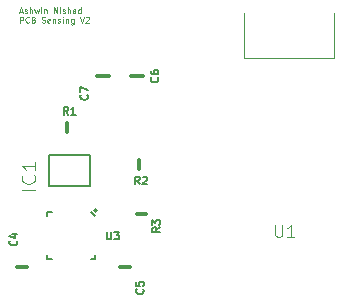
<source format=gbr>
%TF.GenerationSoftware,KiCad,Pcbnew,7.0.10*%
%TF.CreationDate,2024-02-13T16:39:49-08:00*%
%TF.ProjectId,FinalProject,46696e61-6c50-4726-9f6a-6563742e6b69,v2*%
%TF.SameCoordinates,Original*%
%TF.FileFunction,Legend,Top*%
%TF.FilePolarity,Positive*%
%FSLAX46Y46*%
G04 Gerber Fmt 4.6, Leading zero omitted, Abs format (unit mm)*
G04 Created by KiCad (PCBNEW 7.0.10) date 2024-02-13 16:39:49*
%MOMM*%
%LPD*%
G01*
G04 APERTURE LIST*
%ADD10C,0.125000*%
%ADD11C,0.146304*%
%ADD12C,0.100000*%
%ADD13C,0.101600*%
%ADD14C,0.304800*%
%ADD15C,0.127000*%
%ADD16C,0.203200*%
G04 APERTURE END LIST*
D10*
X107777474Y-90784452D02*
X108015569Y-90784452D01*
X107729855Y-90927309D02*
X107896521Y-90427309D01*
X107896521Y-90427309D02*
X108063188Y-90927309D01*
X108206045Y-90903500D02*
X108253664Y-90927309D01*
X108253664Y-90927309D02*
X108348902Y-90927309D01*
X108348902Y-90927309D02*
X108396521Y-90903500D01*
X108396521Y-90903500D02*
X108420330Y-90855880D01*
X108420330Y-90855880D02*
X108420330Y-90832071D01*
X108420330Y-90832071D02*
X108396521Y-90784452D01*
X108396521Y-90784452D02*
X108348902Y-90760642D01*
X108348902Y-90760642D02*
X108277473Y-90760642D01*
X108277473Y-90760642D02*
X108229854Y-90736833D01*
X108229854Y-90736833D02*
X108206045Y-90689214D01*
X108206045Y-90689214D02*
X108206045Y-90665404D01*
X108206045Y-90665404D02*
X108229854Y-90617785D01*
X108229854Y-90617785D02*
X108277473Y-90593976D01*
X108277473Y-90593976D02*
X108348902Y-90593976D01*
X108348902Y-90593976D02*
X108396521Y-90617785D01*
X108634616Y-90927309D02*
X108634616Y-90427309D01*
X108848902Y-90927309D02*
X108848902Y-90665404D01*
X108848902Y-90665404D02*
X108825092Y-90617785D01*
X108825092Y-90617785D02*
X108777473Y-90593976D01*
X108777473Y-90593976D02*
X108706045Y-90593976D01*
X108706045Y-90593976D02*
X108658426Y-90617785D01*
X108658426Y-90617785D02*
X108634616Y-90641595D01*
X109039378Y-90593976D02*
X109134616Y-90927309D01*
X109134616Y-90927309D02*
X109229854Y-90689214D01*
X109229854Y-90689214D02*
X109325092Y-90927309D01*
X109325092Y-90927309D02*
X109420330Y-90593976D01*
X109610807Y-90927309D02*
X109610807Y-90593976D01*
X109610807Y-90427309D02*
X109586998Y-90451119D01*
X109586998Y-90451119D02*
X109610807Y-90474928D01*
X109610807Y-90474928D02*
X109634617Y-90451119D01*
X109634617Y-90451119D02*
X109610807Y-90427309D01*
X109610807Y-90427309D02*
X109610807Y-90474928D01*
X109848902Y-90593976D02*
X109848902Y-90927309D01*
X109848902Y-90641595D02*
X109872712Y-90617785D01*
X109872712Y-90617785D02*
X109920331Y-90593976D01*
X109920331Y-90593976D02*
X109991759Y-90593976D01*
X109991759Y-90593976D02*
X110039378Y-90617785D01*
X110039378Y-90617785D02*
X110063188Y-90665404D01*
X110063188Y-90665404D02*
X110063188Y-90927309D01*
X110682235Y-90927309D02*
X110682235Y-90427309D01*
X110682235Y-90427309D02*
X110967949Y-90927309D01*
X110967949Y-90927309D02*
X110967949Y-90427309D01*
X111206045Y-90927309D02*
X111206045Y-90593976D01*
X111206045Y-90427309D02*
X111182236Y-90451119D01*
X111182236Y-90451119D02*
X111206045Y-90474928D01*
X111206045Y-90474928D02*
X111229855Y-90451119D01*
X111229855Y-90451119D02*
X111206045Y-90427309D01*
X111206045Y-90427309D02*
X111206045Y-90474928D01*
X111420331Y-90903500D02*
X111467950Y-90927309D01*
X111467950Y-90927309D02*
X111563188Y-90927309D01*
X111563188Y-90927309D02*
X111610807Y-90903500D01*
X111610807Y-90903500D02*
X111634616Y-90855880D01*
X111634616Y-90855880D02*
X111634616Y-90832071D01*
X111634616Y-90832071D02*
X111610807Y-90784452D01*
X111610807Y-90784452D02*
X111563188Y-90760642D01*
X111563188Y-90760642D02*
X111491759Y-90760642D01*
X111491759Y-90760642D02*
X111444140Y-90736833D01*
X111444140Y-90736833D02*
X111420331Y-90689214D01*
X111420331Y-90689214D02*
X111420331Y-90665404D01*
X111420331Y-90665404D02*
X111444140Y-90617785D01*
X111444140Y-90617785D02*
X111491759Y-90593976D01*
X111491759Y-90593976D02*
X111563188Y-90593976D01*
X111563188Y-90593976D02*
X111610807Y-90617785D01*
X111848902Y-90927309D02*
X111848902Y-90427309D01*
X112063188Y-90927309D02*
X112063188Y-90665404D01*
X112063188Y-90665404D02*
X112039378Y-90617785D01*
X112039378Y-90617785D02*
X111991759Y-90593976D01*
X111991759Y-90593976D02*
X111920331Y-90593976D01*
X111920331Y-90593976D02*
X111872712Y-90617785D01*
X111872712Y-90617785D02*
X111848902Y-90641595D01*
X112515569Y-90927309D02*
X112515569Y-90665404D01*
X112515569Y-90665404D02*
X112491759Y-90617785D01*
X112491759Y-90617785D02*
X112444140Y-90593976D01*
X112444140Y-90593976D02*
X112348902Y-90593976D01*
X112348902Y-90593976D02*
X112301283Y-90617785D01*
X112515569Y-90903500D02*
X112467950Y-90927309D01*
X112467950Y-90927309D02*
X112348902Y-90927309D01*
X112348902Y-90927309D02*
X112301283Y-90903500D01*
X112301283Y-90903500D02*
X112277474Y-90855880D01*
X112277474Y-90855880D02*
X112277474Y-90808261D01*
X112277474Y-90808261D02*
X112301283Y-90760642D01*
X112301283Y-90760642D02*
X112348902Y-90736833D01*
X112348902Y-90736833D02*
X112467950Y-90736833D01*
X112467950Y-90736833D02*
X112515569Y-90713023D01*
X112967950Y-90927309D02*
X112967950Y-90427309D01*
X112967950Y-90903500D02*
X112920331Y-90927309D01*
X112920331Y-90927309D02*
X112825093Y-90927309D01*
X112825093Y-90927309D02*
X112777474Y-90903500D01*
X112777474Y-90903500D02*
X112753664Y-90879690D01*
X112753664Y-90879690D02*
X112729855Y-90832071D01*
X112729855Y-90832071D02*
X112729855Y-90689214D01*
X112729855Y-90689214D02*
X112753664Y-90641595D01*
X112753664Y-90641595D02*
X112777474Y-90617785D01*
X112777474Y-90617785D02*
X112825093Y-90593976D01*
X112825093Y-90593976D02*
X112920331Y-90593976D01*
X112920331Y-90593976D02*
X112967950Y-90617785D01*
X107801283Y-91732309D02*
X107801283Y-91232309D01*
X107801283Y-91232309D02*
X107991759Y-91232309D01*
X107991759Y-91232309D02*
X108039378Y-91256119D01*
X108039378Y-91256119D02*
X108063188Y-91279928D01*
X108063188Y-91279928D02*
X108086997Y-91327547D01*
X108086997Y-91327547D02*
X108086997Y-91398976D01*
X108086997Y-91398976D02*
X108063188Y-91446595D01*
X108063188Y-91446595D02*
X108039378Y-91470404D01*
X108039378Y-91470404D02*
X107991759Y-91494214D01*
X107991759Y-91494214D02*
X107801283Y-91494214D01*
X108586997Y-91684690D02*
X108563188Y-91708500D01*
X108563188Y-91708500D02*
X108491759Y-91732309D01*
X108491759Y-91732309D02*
X108444140Y-91732309D01*
X108444140Y-91732309D02*
X108372712Y-91708500D01*
X108372712Y-91708500D02*
X108325093Y-91660880D01*
X108325093Y-91660880D02*
X108301283Y-91613261D01*
X108301283Y-91613261D02*
X108277474Y-91518023D01*
X108277474Y-91518023D02*
X108277474Y-91446595D01*
X108277474Y-91446595D02*
X108301283Y-91351357D01*
X108301283Y-91351357D02*
X108325093Y-91303738D01*
X108325093Y-91303738D02*
X108372712Y-91256119D01*
X108372712Y-91256119D02*
X108444140Y-91232309D01*
X108444140Y-91232309D02*
X108491759Y-91232309D01*
X108491759Y-91232309D02*
X108563188Y-91256119D01*
X108563188Y-91256119D02*
X108586997Y-91279928D01*
X108967950Y-91470404D02*
X109039378Y-91494214D01*
X109039378Y-91494214D02*
X109063188Y-91518023D01*
X109063188Y-91518023D02*
X109086997Y-91565642D01*
X109086997Y-91565642D02*
X109086997Y-91637071D01*
X109086997Y-91637071D02*
X109063188Y-91684690D01*
X109063188Y-91684690D02*
X109039378Y-91708500D01*
X109039378Y-91708500D02*
X108991759Y-91732309D01*
X108991759Y-91732309D02*
X108801283Y-91732309D01*
X108801283Y-91732309D02*
X108801283Y-91232309D01*
X108801283Y-91232309D02*
X108967950Y-91232309D01*
X108967950Y-91232309D02*
X109015569Y-91256119D01*
X109015569Y-91256119D02*
X109039378Y-91279928D01*
X109039378Y-91279928D02*
X109063188Y-91327547D01*
X109063188Y-91327547D02*
X109063188Y-91375166D01*
X109063188Y-91375166D02*
X109039378Y-91422785D01*
X109039378Y-91422785D02*
X109015569Y-91446595D01*
X109015569Y-91446595D02*
X108967950Y-91470404D01*
X108967950Y-91470404D02*
X108801283Y-91470404D01*
X109658426Y-91708500D02*
X109729854Y-91732309D01*
X109729854Y-91732309D02*
X109848902Y-91732309D01*
X109848902Y-91732309D02*
X109896521Y-91708500D01*
X109896521Y-91708500D02*
X109920330Y-91684690D01*
X109920330Y-91684690D02*
X109944140Y-91637071D01*
X109944140Y-91637071D02*
X109944140Y-91589452D01*
X109944140Y-91589452D02*
X109920330Y-91541833D01*
X109920330Y-91541833D02*
X109896521Y-91518023D01*
X109896521Y-91518023D02*
X109848902Y-91494214D01*
X109848902Y-91494214D02*
X109753664Y-91470404D01*
X109753664Y-91470404D02*
X109706045Y-91446595D01*
X109706045Y-91446595D02*
X109682235Y-91422785D01*
X109682235Y-91422785D02*
X109658426Y-91375166D01*
X109658426Y-91375166D02*
X109658426Y-91327547D01*
X109658426Y-91327547D02*
X109682235Y-91279928D01*
X109682235Y-91279928D02*
X109706045Y-91256119D01*
X109706045Y-91256119D02*
X109753664Y-91232309D01*
X109753664Y-91232309D02*
X109872711Y-91232309D01*
X109872711Y-91232309D02*
X109944140Y-91256119D01*
X110348901Y-91708500D02*
X110301282Y-91732309D01*
X110301282Y-91732309D02*
X110206044Y-91732309D01*
X110206044Y-91732309D02*
X110158425Y-91708500D01*
X110158425Y-91708500D02*
X110134616Y-91660880D01*
X110134616Y-91660880D02*
X110134616Y-91470404D01*
X110134616Y-91470404D02*
X110158425Y-91422785D01*
X110158425Y-91422785D02*
X110206044Y-91398976D01*
X110206044Y-91398976D02*
X110301282Y-91398976D01*
X110301282Y-91398976D02*
X110348901Y-91422785D01*
X110348901Y-91422785D02*
X110372711Y-91470404D01*
X110372711Y-91470404D02*
X110372711Y-91518023D01*
X110372711Y-91518023D02*
X110134616Y-91565642D01*
X110586996Y-91398976D02*
X110586996Y-91732309D01*
X110586996Y-91446595D02*
X110610806Y-91422785D01*
X110610806Y-91422785D02*
X110658425Y-91398976D01*
X110658425Y-91398976D02*
X110729853Y-91398976D01*
X110729853Y-91398976D02*
X110777472Y-91422785D01*
X110777472Y-91422785D02*
X110801282Y-91470404D01*
X110801282Y-91470404D02*
X110801282Y-91732309D01*
X111015568Y-91708500D02*
X111063187Y-91732309D01*
X111063187Y-91732309D02*
X111158425Y-91732309D01*
X111158425Y-91732309D02*
X111206044Y-91708500D01*
X111206044Y-91708500D02*
X111229853Y-91660880D01*
X111229853Y-91660880D02*
X111229853Y-91637071D01*
X111229853Y-91637071D02*
X111206044Y-91589452D01*
X111206044Y-91589452D02*
X111158425Y-91565642D01*
X111158425Y-91565642D02*
X111086996Y-91565642D01*
X111086996Y-91565642D02*
X111039377Y-91541833D01*
X111039377Y-91541833D02*
X111015568Y-91494214D01*
X111015568Y-91494214D02*
X111015568Y-91470404D01*
X111015568Y-91470404D02*
X111039377Y-91422785D01*
X111039377Y-91422785D02*
X111086996Y-91398976D01*
X111086996Y-91398976D02*
X111158425Y-91398976D01*
X111158425Y-91398976D02*
X111206044Y-91422785D01*
X111444139Y-91732309D02*
X111444139Y-91398976D01*
X111444139Y-91232309D02*
X111420330Y-91256119D01*
X111420330Y-91256119D02*
X111444139Y-91279928D01*
X111444139Y-91279928D02*
X111467949Y-91256119D01*
X111467949Y-91256119D02*
X111444139Y-91232309D01*
X111444139Y-91232309D02*
X111444139Y-91279928D01*
X111682234Y-91398976D02*
X111682234Y-91732309D01*
X111682234Y-91446595D02*
X111706044Y-91422785D01*
X111706044Y-91422785D02*
X111753663Y-91398976D01*
X111753663Y-91398976D02*
X111825091Y-91398976D01*
X111825091Y-91398976D02*
X111872710Y-91422785D01*
X111872710Y-91422785D02*
X111896520Y-91470404D01*
X111896520Y-91470404D02*
X111896520Y-91732309D01*
X112348901Y-91398976D02*
X112348901Y-91803738D01*
X112348901Y-91803738D02*
X112325091Y-91851357D01*
X112325091Y-91851357D02*
X112301282Y-91875166D01*
X112301282Y-91875166D02*
X112253663Y-91898976D01*
X112253663Y-91898976D02*
X112182234Y-91898976D01*
X112182234Y-91898976D02*
X112134615Y-91875166D01*
X112348901Y-91708500D02*
X112301282Y-91732309D01*
X112301282Y-91732309D02*
X112206044Y-91732309D01*
X112206044Y-91732309D02*
X112158425Y-91708500D01*
X112158425Y-91708500D02*
X112134615Y-91684690D01*
X112134615Y-91684690D02*
X112110806Y-91637071D01*
X112110806Y-91637071D02*
X112110806Y-91494214D01*
X112110806Y-91494214D02*
X112134615Y-91446595D01*
X112134615Y-91446595D02*
X112158425Y-91422785D01*
X112158425Y-91422785D02*
X112206044Y-91398976D01*
X112206044Y-91398976D02*
X112301282Y-91398976D01*
X112301282Y-91398976D02*
X112348901Y-91422785D01*
X112896520Y-91232309D02*
X113063186Y-91732309D01*
X113063186Y-91732309D02*
X113229853Y-91232309D01*
X113372710Y-91279928D02*
X113396519Y-91256119D01*
X113396519Y-91256119D02*
X113444138Y-91232309D01*
X113444138Y-91232309D02*
X113563186Y-91232309D01*
X113563186Y-91232309D02*
X113610805Y-91256119D01*
X113610805Y-91256119D02*
X113634614Y-91279928D01*
X113634614Y-91279928D02*
X113658424Y-91327547D01*
X113658424Y-91327547D02*
X113658424Y-91375166D01*
X113658424Y-91375166D02*
X113634614Y-91446595D01*
X113634614Y-91446595D02*
X113348900Y-91732309D01*
X113348900Y-91732309D02*
X113658424Y-91732309D01*
D11*
X107522350Y-110182961D02*
X107554088Y-110214699D01*
X107554088Y-110214699D02*
X107585825Y-110309913D01*
X107585825Y-110309913D02*
X107585825Y-110373389D01*
X107585825Y-110373389D02*
X107554088Y-110468602D01*
X107554088Y-110468602D02*
X107490612Y-110532078D01*
X107490612Y-110532078D02*
X107427136Y-110563816D01*
X107427136Y-110563816D02*
X107300184Y-110595554D01*
X107300184Y-110595554D02*
X107204971Y-110595554D01*
X107204971Y-110595554D02*
X107078019Y-110563816D01*
X107078019Y-110563816D02*
X107014543Y-110532078D01*
X107014543Y-110532078D02*
X106951067Y-110468602D01*
X106951067Y-110468602D02*
X106919329Y-110373389D01*
X106919329Y-110373389D02*
X106919329Y-110309913D01*
X106919329Y-110309913D02*
X106951067Y-110214699D01*
X106951067Y-110214699D02*
X106982805Y-110182961D01*
X107141495Y-109611679D02*
X107585825Y-109611679D01*
X106887592Y-109770368D02*
X107363660Y-109929058D01*
X107363660Y-109929058D02*
X107363660Y-109516465D01*
X113527350Y-97834203D02*
X113559088Y-97865941D01*
X113559088Y-97865941D02*
X113590825Y-97961155D01*
X113590825Y-97961155D02*
X113590825Y-98024631D01*
X113590825Y-98024631D02*
X113559088Y-98119844D01*
X113559088Y-98119844D02*
X113495612Y-98183320D01*
X113495612Y-98183320D02*
X113432136Y-98215058D01*
X113432136Y-98215058D02*
X113305184Y-98246796D01*
X113305184Y-98246796D02*
X113209971Y-98246796D01*
X113209971Y-98246796D02*
X113083019Y-98215058D01*
X113083019Y-98215058D02*
X113019543Y-98183320D01*
X113019543Y-98183320D02*
X112956067Y-98119844D01*
X112956067Y-98119844D02*
X112924329Y-98024631D01*
X112924329Y-98024631D02*
X112924329Y-97961155D01*
X112924329Y-97961155D02*
X112956067Y-97865941D01*
X112956067Y-97865941D02*
X112987805Y-97834203D01*
X112924329Y-97612038D02*
X112924329Y-97167707D01*
X112924329Y-97167707D02*
X113590825Y-97453348D01*
X117955796Y-105420825D02*
X117733631Y-105103446D01*
X117574941Y-105420825D02*
X117574941Y-104754329D01*
X117574941Y-104754329D02*
X117828844Y-104754329D01*
X117828844Y-104754329D02*
X117892320Y-104786067D01*
X117892320Y-104786067D02*
X117924058Y-104817805D01*
X117924058Y-104817805D02*
X117955796Y-104881281D01*
X117955796Y-104881281D02*
X117955796Y-104976495D01*
X117955796Y-104976495D02*
X117924058Y-105039971D01*
X117924058Y-105039971D02*
X117892320Y-105071708D01*
X117892320Y-105071708D02*
X117828844Y-105103446D01*
X117828844Y-105103446D02*
X117574941Y-105103446D01*
X118209699Y-104817805D02*
X118241437Y-104786067D01*
X118241437Y-104786067D02*
X118304913Y-104754329D01*
X118304913Y-104754329D02*
X118463602Y-104754329D01*
X118463602Y-104754329D02*
X118527078Y-104786067D01*
X118527078Y-104786067D02*
X118558816Y-104817805D01*
X118558816Y-104817805D02*
X118590554Y-104881281D01*
X118590554Y-104881281D02*
X118590554Y-104944757D01*
X118590554Y-104944757D02*
X118558816Y-105039971D01*
X118558816Y-105039971D02*
X118177961Y-105420825D01*
X118177961Y-105420825D02*
X118590554Y-105420825D01*
D12*
X129438095Y-108857419D02*
X129438095Y-109666942D01*
X129438095Y-109666942D02*
X129485714Y-109762180D01*
X129485714Y-109762180D02*
X129533333Y-109809800D01*
X129533333Y-109809800D02*
X129628571Y-109857419D01*
X129628571Y-109857419D02*
X129819047Y-109857419D01*
X129819047Y-109857419D02*
X129914285Y-109809800D01*
X129914285Y-109809800D02*
X129961904Y-109762180D01*
X129961904Y-109762180D02*
X130009523Y-109666942D01*
X130009523Y-109666942D02*
X130009523Y-108857419D01*
X131009523Y-109857419D02*
X130438095Y-109857419D01*
X130723809Y-109857419D02*
X130723809Y-108857419D01*
X130723809Y-108857419D02*
X130628571Y-109000276D01*
X130628571Y-109000276D02*
X130533333Y-109095514D01*
X130533333Y-109095514D02*
X130438095Y-109143133D01*
D13*
X109121726Y-105866194D02*
X107953326Y-105866194D01*
X109010449Y-104642156D02*
X109066088Y-104697794D01*
X109066088Y-104697794D02*
X109121726Y-104864708D01*
X109121726Y-104864708D02*
X109121726Y-104975984D01*
X109121726Y-104975984D02*
X109066088Y-105142899D01*
X109066088Y-105142899D02*
X108954811Y-105254175D01*
X108954811Y-105254175D02*
X108843535Y-105309813D01*
X108843535Y-105309813D02*
X108620983Y-105365451D01*
X108620983Y-105365451D02*
X108454068Y-105365451D01*
X108454068Y-105365451D02*
X108231516Y-105309813D01*
X108231516Y-105309813D02*
X108120240Y-105254175D01*
X108120240Y-105254175D02*
X108008964Y-105142899D01*
X108008964Y-105142899D02*
X107953326Y-104975984D01*
X107953326Y-104975984D02*
X107953326Y-104864708D01*
X107953326Y-104864708D02*
X108008964Y-104697794D01*
X108008964Y-104697794D02*
X108064602Y-104642156D01*
X109121726Y-103529394D02*
X109121726Y-104197051D01*
X109121726Y-103863223D02*
X107953326Y-103863223D01*
X107953326Y-103863223D02*
X108120240Y-103974499D01*
X108120240Y-103974499D02*
X108231516Y-104085775D01*
X108231516Y-104085775D02*
X108287154Y-104197051D01*
D11*
X115179445Y-109419329D02*
X115179445Y-109958874D01*
X115179445Y-109958874D02*
X115211183Y-110022350D01*
X115211183Y-110022350D02*
X115242921Y-110054088D01*
X115242921Y-110054088D02*
X115306397Y-110085825D01*
X115306397Y-110085825D02*
X115433348Y-110085825D01*
X115433348Y-110085825D02*
X115496824Y-110054088D01*
X115496824Y-110054088D02*
X115528562Y-110022350D01*
X115528562Y-110022350D02*
X115560300Y-109958874D01*
X115560300Y-109958874D02*
X115560300Y-109419329D01*
X115814203Y-109419329D02*
X116226796Y-109419329D01*
X116226796Y-109419329D02*
X116004631Y-109673233D01*
X116004631Y-109673233D02*
X116099844Y-109673233D01*
X116099844Y-109673233D02*
X116163320Y-109704971D01*
X116163320Y-109704971D02*
X116195058Y-109736708D01*
X116195058Y-109736708D02*
X116226796Y-109800184D01*
X116226796Y-109800184D02*
X116226796Y-109958874D01*
X116226796Y-109958874D02*
X116195058Y-110022350D01*
X116195058Y-110022350D02*
X116163320Y-110054088D01*
X116163320Y-110054088D02*
X116099844Y-110085825D01*
X116099844Y-110085825D02*
X115909417Y-110085825D01*
X115909417Y-110085825D02*
X115845941Y-110054088D01*
X115845941Y-110054088D02*
X115814203Y-110022350D01*
X118222350Y-114282961D02*
X118254088Y-114314699D01*
X118254088Y-114314699D02*
X118285825Y-114409913D01*
X118285825Y-114409913D02*
X118285825Y-114473389D01*
X118285825Y-114473389D02*
X118254088Y-114568602D01*
X118254088Y-114568602D02*
X118190612Y-114632078D01*
X118190612Y-114632078D02*
X118127136Y-114663816D01*
X118127136Y-114663816D02*
X118000184Y-114695554D01*
X118000184Y-114695554D02*
X117904971Y-114695554D01*
X117904971Y-114695554D02*
X117778019Y-114663816D01*
X117778019Y-114663816D02*
X117714543Y-114632078D01*
X117714543Y-114632078D02*
X117651067Y-114568602D01*
X117651067Y-114568602D02*
X117619329Y-114473389D01*
X117619329Y-114473389D02*
X117619329Y-114409913D01*
X117619329Y-114409913D02*
X117651067Y-114314699D01*
X117651067Y-114314699D02*
X117682805Y-114282961D01*
X117619329Y-113679941D02*
X117619329Y-113997320D01*
X117619329Y-113997320D02*
X117936708Y-114029058D01*
X117936708Y-114029058D02*
X117904971Y-113997320D01*
X117904971Y-113997320D02*
X117873233Y-113933844D01*
X117873233Y-113933844D02*
X117873233Y-113775155D01*
X117873233Y-113775155D02*
X117904971Y-113711679D01*
X117904971Y-113711679D02*
X117936708Y-113679941D01*
X117936708Y-113679941D02*
X118000184Y-113648203D01*
X118000184Y-113648203D02*
X118158874Y-113648203D01*
X118158874Y-113648203D02*
X118222350Y-113679941D01*
X118222350Y-113679941D02*
X118254088Y-113711679D01*
X118254088Y-113711679D02*
X118285825Y-113775155D01*
X118285825Y-113775155D02*
X118285825Y-113933844D01*
X118285825Y-113933844D02*
X118254088Y-113997320D01*
X118254088Y-113997320D02*
X118222350Y-114029058D01*
X111895796Y-99530825D02*
X111673631Y-99213446D01*
X111514941Y-99530825D02*
X111514941Y-98864329D01*
X111514941Y-98864329D02*
X111768844Y-98864329D01*
X111768844Y-98864329D02*
X111832320Y-98896067D01*
X111832320Y-98896067D02*
X111864058Y-98927805D01*
X111864058Y-98927805D02*
X111895796Y-98991281D01*
X111895796Y-98991281D02*
X111895796Y-99086495D01*
X111895796Y-99086495D02*
X111864058Y-99149971D01*
X111864058Y-99149971D02*
X111832320Y-99181708D01*
X111832320Y-99181708D02*
X111768844Y-99213446D01*
X111768844Y-99213446D02*
X111514941Y-99213446D01*
X112530554Y-99530825D02*
X112149699Y-99530825D01*
X112340127Y-99530825D02*
X112340127Y-98864329D01*
X112340127Y-98864329D02*
X112276651Y-98959543D01*
X112276651Y-98959543D02*
X112213175Y-99023019D01*
X112213175Y-99023019D02*
X112149699Y-99054757D01*
X119671825Y-109061961D02*
X119354446Y-109284126D01*
X119671825Y-109442816D02*
X119005329Y-109442816D01*
X119005329Y-109442816D02*
X119005329Y-109188913D01*
X119005329Y-109188913D02*
X119037067Y-109125437D01*
X119037067Y-109125437D02*
X119068805Y-109093699D01*
X119068805Y-109093699D02*
X119132281Y-109061961D01*
X119132281Y-109061961D02*
X119227495Y-109061961D01*
X119227495Y-109061961D02*
X119290971Y-109093699D01*
X119290971Y-109093699D02*
X119322708Y-109125437D01*
X119322708Y-109125437D02*
X119354446Y-109188913D01*
X119354446Y-109188913D02*
X119354446Y-109442816D01*
X119005329Y-108839796D02*
X119005329Y-108427203D01*
X119005329Y-108427203D02*
X119259233Y-108649368D01*
X119259233Y-108649368D02*
X119259233Y-108554155D01*
X119259233Y-108554155D02*
X119290971Y-108490679D01*
X119290971Y-108490679D02*
X119322708Y-108458941D01*
X119322708Y-108458941D02*
X119386184Y-108427203D01*
X119386184Y-108427203D02*
X119544874Y-108427203D01*
X119544874Y-108427203D02*
X119608350Y-108458941D01*
X119608350Y-108458941D02*
X119640088Y-108490679D01*
X119640088Y-108490679D02*
X119671825Y-108554155D01*
X119671825Y-108554155D02*
X119671825Y-108744582D01*
X119671825Y-108744582D02*
X119640088Y-108808058D01*
X119640088Y-108808058D02*
X119608350Y-108839796D01*
X119477350Y-96364203D02*
X119509088Y-96395941D01*
X119509088Y-96395941D02*
X119540825Y-96491155D01*
X119540825Y-96491155D02*
X119540825Y-96554631D01*
X119540825Y-96554631D02*
X119509088Y-96649844D01*
X119509088Y-96649844D02*
X119445612Y-96713320D01*
X119445612Y-96713320D02*
X119382136Y-96745058D01*
X119382136Y-96745058D02*
X119255184Y-96776796D01*
X119255184Y-96776796D02*
X119159971Y-96776796D01*
X119159971Y-96776796D02*
X119033019Y-96745058D01*
X119033019Y-96745058D02*
X118969543Y-96713320D01*
X118969543Y-96713320D02*
X118906067Y-96649844D01*
X118906067Y-96649844D02*
X118874329Y-96554631D01*
X118874329Y-96554631D02*
X118874329Y-96491155D01*
X118874329Y-96491155D02*
X118906067Y-96395941D01*
X118906067Y-96395941D02*
X118937805Y-96364203D01*
X118874329Y-95792921D02*
X118874329Y-95919872D01*
X118874329Y-95919872D02*
X118906067Y-95983348D01*
X118906067Y-95983348D02*
X118937805Y-96015086D01*
X118937805Y-96015086D02*
X119033019Y-96078562D01*
X119033019Y-96078562D02*
X119159971Y-96110300D01*
X119159971Y-96110300D02*
X119413874Y-96110300D01*
X119413874Y-96110300D02*
X119477350Y-96078562D01*
X119477350Y-96078562D02*
X119509088Y-96046824D01*
X119509088Y-96046824D02*
X119540825Y-95983348D01*
X119540825Y-95983348D02*
X119540825Y-95856397D01*
X119540825Y-95856397D02*
X119509088Y-95792921D01*
X119509088Y-95792921D02*
X119477350Y-95761183D01*
X119477350Y-95761183D02*
X119413874Y-95729445D01*
X119413874Y-95729445D02*
X119255184Y-95729445D01*
X119255184Y-95729445D02*
X119191708Y-95761183D01*
X119191708Y-95761183D02*
X119159971Y-95792921D01*
X119159971Y-95792921D02*
X119128233Y-95856397D01*
X119128233Y-95856397D02*
X119128233Y-95983348D01*
X119128233Y-95983348D02*
X119159971Y-96046824D01*
X119159971Y-96046824D02*
X119191708Y-96078562D01*
X119191708Y-96078562D02*
X119255184Y-96110300D01*
D14*
%TO.C,C4*%
X108375000Y-112450000D02*
X107575000Y-112450000D01*
%TO.C,C7*%
X114300000Y-96266000D02*
X115316000Y-96266000D01*
%TO.C,R2*%
X117856000Y-103359000D02*
X117856000Y-104159000D01*
D12*
%TO.C,U1*%
X134366000Y-94742000D02*
X134366000Y-90932000D01*
X126746000Y-94742000D02*
X134366000Y-94742000D01*
X126746000Y-90932000D02*
X126746000Y-94742000D01*
D15*
%TO.C,IC1*%
X113764000Y-102942000D02*
X113764000Y-105592000D01*
X110264000Y-102942000D02*
X113764000Y-102942000D01*
X113764000Y-105592000D02*
X110264000Y-105592000D01*
X110264000Y-105592000D02*
X110264000Y-102942000D01*
D16*
%TO.C,U3*%
X110141000Y-107728000D02*
X110491000Y-107728000D01*
X114141000Y-108078000D02*
X113791000Y-107728000D01*
X110141000Y-108078000D02*
X110141000Y-107728000D01*
X110141000Y-111378000D02*
X110141000Y-111728000D01*
X114141000Y-111728000D02*
X114141000Y-111378000D01*
X113791000Y-111728000D02*
X114141000Y-111728000D01*
X110491000Y-111728000D02*
X110141000Y-111728000D01*
X114350800Y-107645200D02*
G75*
G03*
X114096800Y-107645200I-127000J0D01*
G01*
X114096800Y-107645200D02*
G75*
G03*
X114350800Y-107645200I127000J0D01*
G01*
D14*
%TO.C,C5*%
X117100000Y-112450000D02*
X116300000Y-112450000D01*
%TO.C,R1*%
X111760000Y-100184000D02*
X111760000Y-100984000D01*
%TO.C,R3*%
X118510000Y-107950000D02*
X117710000Y-107950000D01*
%TO.C,C6*%
X117221000Y-96266000D02*
X118237000Y-96266000D01*
%TD*%
M02*

</source>
